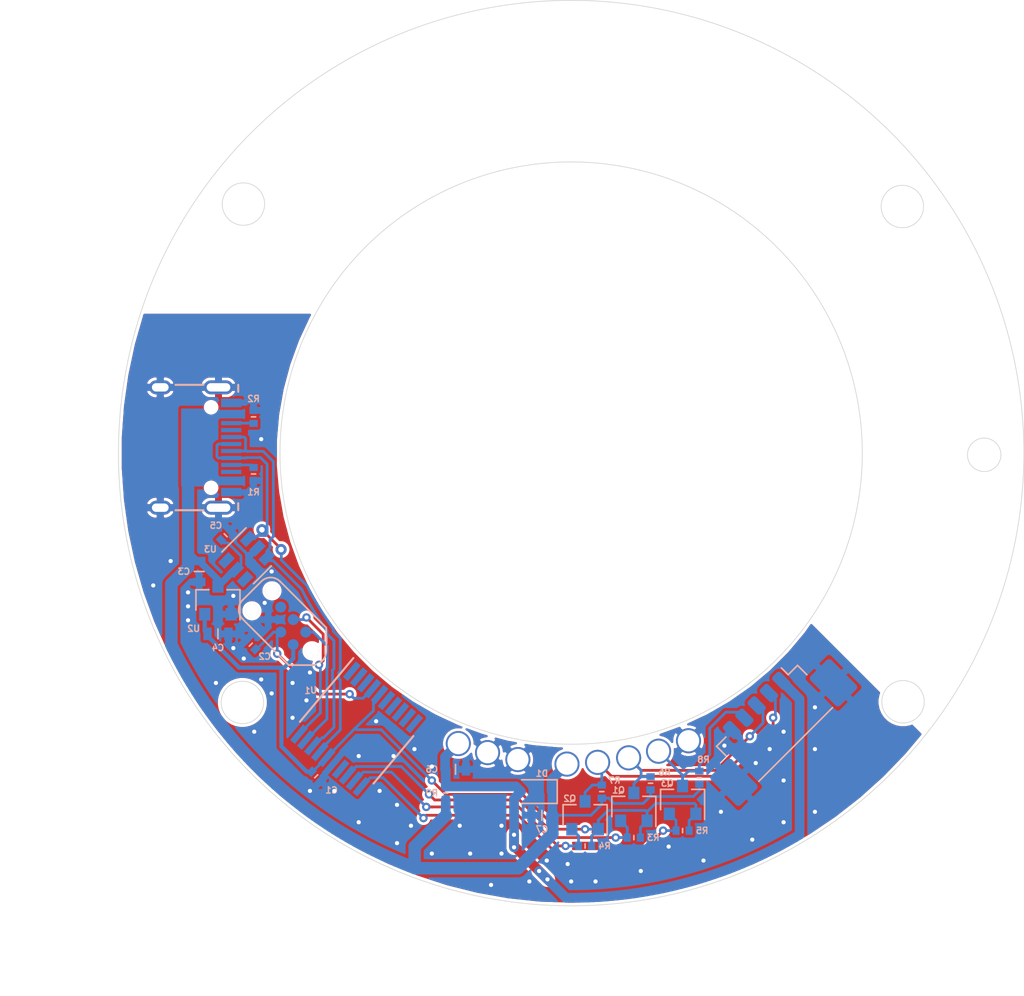
<source format=kicad_pcb>
(kicad_pcb (version 20171130) (host pcbnew 5.1.5+dfsg1-2build2)
  (layers (0 F.Cu signal) (31 B.Cu signal) (34 B.Paste user) (35 F.Paste user) (36 B.SilkS user) (37 F.SilkS user) (38 B.Mask user) (39 F.Mask user) (44 Edge.Cuts user))
  (net 0 "")
  (net 1 +BATT)
  (net 2 GND)
  (net 3 "Net-(U1-Pad14)")
  (net 4 "Net-(U1-Pad10)")
  (net 5 "Net-(U1-Pad9)")
  (net 6 "Net-(U1-Pad8)")
  (net 7 "Net-(U1-Pad7)")
  (net 8 "Net-(U1-Pad6)")
  (net 9 "Net-(U1-Pad3)")
  (net 10 "Net-(U1-Pad2)")
  (net 11 "Net-(U1-Pad1)")
  (net 12 "Net-(J9-PadB5)")
  (net 13 "Net-(J9-PadA8)")
  (net 14 "Net-(J9-PadA5)")
  (net 15 "Net-(J9-PadB8)")
  (net 16 +3V3)
  (net 17 NRST)
  (net 18 VBUS)
  (net 19 DOUT_5V)
  (net 20 DIN_5V)
  (net 21 DCLK_5V)
  (net 22 D+)
  (net 23 D-)
  (net 24 "Net-(P1-Pad6)")
  (net 25 SWCLK)
  (net 26 SWDIO)
  (net 27 DIN_3V3)
  (net 28 DOUT_3V3)
  (net 29 DCLK_3V3)
  (net 30 "Net-(U3-Pad6)")
  (net 31 "Net-(U3-Pad4)")
  (module Package_TO_SOT_SMD:SOT-23-6 (layer B.Cu) (at 76.7 107.6 225)
    (fp_text reference U3 (at 1.343503 2.333452) (layer B.SilkS) (effects (font (size 0.45 0.45) (thickness 0.1)) (justify mirror)))
    (fp_text value USBLC6-4)
    (pad 5 smd rect (at 1.1 0 225) (size 1.06 0.65) (layers B.Cu B.Paste B.Mask) (net 18 VBUS))
    (pad 6 smd rect (at 1.1 0.95 225) (size 1.06 0.65) (layers B.Cu B.Paste B.Mask) (net 30 "Net-(U3-Pad6)"))
    (pad 4 smd rect (at 1.1 -0.95 225) (size 1.06 0.65) (layers B.Cu B.Paste B.Mask) (net 31 "Net-(U3-Pad4)"))
    (pad 3 smd rect (at -1.1 -0.95 225) (size 1.06 0.65) (layers B.Cu B.Paste B.Mask) (net 22 D+))
    (pad 2 smd rect (at -1.1 0 225) (size 1.06 0.65) (layers B.Cu B.Paste B.Mask) (net 2 GND))
    (pad 1 smd rect (at -1.1 0.95 225) (size 1.06 0.65) (layers B.Cu B.Paste B.Mask) (net 23 D-))
  )
  (module Package_TO_SOT_SMD:SOT-23 (layer B.Cu) (at 74.646447 110.570711 90)
    (fp_text reference U2 (at -2.029289 -1.746447) (layer B.SilkS) (effects (font (size 0.45 0.45) (thickness 0.1)) (justify mirror)))
    (fp_text value XC6206PxxxMR)
    (pad 3 smd rect (at 1 0 90) (size 0.9 0.8) (layers B.Cu B.Paste B.Mask) (net 18 VBUS))
    (pad 2 smd rect (at -1 -0.95 90) (size 0.9 0.8) (layers B.Cu B.Paste B.Mask) (net 16 +3V3))
    (pad 1 smd rect (at -1 0.95 90) (size 0.9 0.8) (layers B.Cu B.Paste B.Mask) (net 2 GND))
  )
  (module otter:R_0402 (layer B.Cu) (at 91 124.4 270)
    (fp_text reference R9 (at 0 1) (layer B.SilkS) (effects (font (size 0.45 0.45) (thickness 0.1)) (justify mirror)))
    (fp_text value 5k1 hide)
    (pad 2 smd rect (at 0.47 0 270) (size 0.5 0.6) (layers B.Cu B.Paste B.Mask) (net 18 VBUS))
    (pad 1 smd rect (at -0.47 0 270) (size 0.5 0.6) (layers B.Cu B.Paste B.Mask) (net 1 +BATT))
  )
  (module otter:R_0402 (layer B.Cu) (at 109.2 123.3 90)
    (fp_text reference R8 (at 1.3 0.3) (layer B.SilkS) (effects (font (size 0.45 0.45) (thickness 0.1)) (justify mirror)))
    (fp_text value 5k1 hide)
    (pad 2 smd rect (at 0.47 0 90) (size 0.5 0.6) (layers B.Cu B.Paste B.Mask) (net 21 DCLK_5V))
    (pad 1 smd rect (at -0.47 0 90) (size 0.5 0.6) (layers B.Cu B.Paste B.Mask) (net 18 VBUS))
  )
  (module otter:R_0402 (layer B.Cu) (at 102.2 124.3 90)
    (fp_text reference R7 (at 0.8 0.9) (layer B.SilkS) (effects (font (size 0.45 0.45) (thickness 0.1)) (justify mirror)))
    (fp_text value 5k1 hide)
    (pad 2 smd rect (at 0.47 0 90) (size 0.5 0.6) (layers B.Cu B.Paste B.Mask) (net 19 DOUT_5V))
    (pad 1 smd rect (at -0.47 0 90) (size 0.5 0.6) (layers B.Cu B.Paste B.Mask) (net 18 VBUS))
  )
  (module otter:R_0402 (layer B.Cu) (at 105.7 123.7 90)
    (fp_text reference R6 (at 0.8 1) (layer B.SilkS) (effects (font (size 0.45 0.45) (thickness 0.1)) (justify mirror)))
    (fp_text value 5k1 hide)
    (pad 2 smd rect (at 0.47 0 90) (size 0.5 0.6) (layers B.Cu B.Paste B.Mask) (net 20 DIN_5V))
    (pad 1 smd rect (at -0.47 0 90) (size 0.5 0.6) (layers B.Cu B.Paste B.Mask) (net 18 VBUS))
  )
  (module otter:R_0402 (layer B.Cu) (at 108 127.1 180)
    (fp_text reference R5 (at -1.4 0) (layer B.SilkS) (effects (font (size 0.45 0.45) (thickness 0.1)) (justify mirror)))
    (fp_text value 5k1 hide)
    (pad 2 smd rect (at 0.47 0 180) (size 0.5 0.6) (layers B.Cu B.Paste B.Mask) (net 29 DCLK_3V3))
    (pad 1 smd rect (at -0.47 0 180) (size 0.5 0.6) (layers B.Cu B.Paste B.Mask) (net 16 +3V3))
  )
  (module otter:R_0402 (layer B.Cu) (at 101 128.2 180)
    (fp_text reference R4 (at -1.4 0) (layer B.SilkS) (effects (font (size 0.45 0.45) (thickness 0.1)) (justify mirror)))
    (fp_text value 5k1 hide)
    (pad 2 smd rect (at 0.47 0 180) (size 0.5 0.6) (layers B.Cu B.Paste B.Mask) (net 28 DOUT_3V3))
    (pad 1 smd rect (at -0.47 0 180) (size 0.5 0.6) (layers B.Cu B.Paste B.Mask) (net 16 +3V3))
  )
  (module otter:R_0402 (layer B.Cu) (at 104.5 127.6 180)
    (fp_text reference R3 (at -1.4 0) (layer B.SilkS) (effects (font (size 0.45 0.45) (thickness 0.1)) (justify mirror)))
    (fp_text value 5k1 hide)
    (pad 2 smd rect (at 0.47 0 180) (size 0.5 0.6) (layers B.Cu B.Paste B.Mask) (net 27 DIN_3V3))
    (pad 1 smd rect (at -0.47 0 180) (size 0.5 0.6) (layers B.Cu B.Paste B.Mask) (net 16 +3V3))
  )
  (module otter:R_0402 (layer B.Cu) (at 77.2 97.4 270)
    (fp_text reference R2 (at -1.3 0) (layer B.SilkS) (effects (font (size 0.45 0.45) (thickness 0.1)) (justify mirror)))
    (fp_text value 5k1 hide)
    (pad 2 smd rect (at 0.47 0 270) (size 0.5 0.6) (layers B.Cu B.Paste B.Mask) (net 12 "Net-(J9-PadB5)"))
    (pad 1 smd rect (at -0.47 0 270) (size 0.5 0.6) (layers B.Cu B.Paste B.Mask) (net 2 GND))
  )
  (module otter:R_0402 (layer B.Cu) (at 77.2 101.5 90)
    (fp_text reference R1 (at -1.3 0) (layer B.SilkS) (effects (font (size 0.45 0.45) (thickness 0.1)) (justify mirror)))
    (fp_text value 5k1 hide)
    (pad 2 smd rect (at 0.47 0 90) (size 0.5 0.6) (layers B.Cu B.Paste B.Mask) (net 14 "Net-(J9-PadA5)"))
    (pad 1 smd rect (at -0.47 0 90) (size 0.5 0.6) (layers B.Cu B.Paste B.Mask) (net 2 GND))
  )
  (module Package_TO_SOT_SMD:SOT-23 (layer B.Cu) (at 108 124.9 90)
    (fp_text reference Q3 (at 1.2 -1.1) (layer B.SilkS) (effects (font (size 0.45 0.45) (thickness 0.1)) (justify mirror)))
    (fp_text value 2N7002)
    (pad 3 smd rect (at 1 0 90) (size 0.9 0.8) (layers B.Cu B.Paste B.Mask) (net 21 DCLK_5V))
    (pad 2 smd rect (at -1 -0.95 90) (size 0.9 0.8) (layers B.Cu B.Paste B.Mask) (net 29 DCLK_3V3))
    (pad 1 smd rect (at -1 0.95 90) (size 0.9 0.8) (layers B.Cu B.Paste B.Mask) (net 16 +3V3))
  )
  (module Package_TO_SOT_SMD:SOT-23 (layer B.Cu) (at 101 126 90)
    (fp_text reference Q2 (at 1.2 -1.1) (layer B.SilkS) (effects (font (size 0.45 0.45) (thickness 0.1)) (justify mirror)))
    (fp_text value 2N7002)
    (pad 3 smd rect (at 1 0 90) (size 0.9 0.8) (layers B.Cu B.Paste B.Mask) (net 19 DOUT_5V))
    (pad 2 smd rect (at -1 -0.95 90) (size 0.9 0.8) (layers B.Cu B.Paste B.Mask) (net 28 DOUT_3V3))
    (pad 1 smd rect (at -1 0.95 90) (size 0.9 0.8) (layers B.Cu B.Paste B.Mask) (net 16 +3V3))
  )
  (module Package_TO_SOT_SMD:SOT-23 (layer B.Cu) (at 104.5 125.4 90)
    (fp_text reference Q1 (at 1.2 -1.1) (layer B.SilkS) (effects (font (size 0.45 0.45) (thickness 0.1)) (justify mirror)))
    (fp_text value 2N7002)
    (pad 3 smd rect (at 1 0 90) (size 0.9 0.8) (layers B.Cu B.Paste B.Mask) (net 20 DIN_5V))
    (pad 2 smd rect (at -1 -0.95 90) (size 0.9 0.8) (layers B.Cu B.Paste B.Mask) (net 27 DIN_3V3))
    (pad 1 smd rect (at -1 0.95 90) (size 0.9 0.8) (layers B.Cu B.Paste B.Mask) (net 16 +3V3))
  )
  (module otter:TC2030 (layer B.Cu) (at 79.6 112.4 135)
    (fp_text reference P1 hide)
    (fp_text value TC2030-CTX-Tag-Connect hide)
    (pad "" np_thru_hole circle (at 2.54 -1.016 135) (size 0.98552 0.98552) (drill 0.98552) (layers *.Cu *.Mask B.SilkS))
    (pad "" np_thru_hole circle (at 2.54 1.016 135) (size 0.98552 0.98552) (drill 0.98552) (layers *.Cu *.Mask B.SilkS))
    (pad "" np_thru_hole circle (at -2.54 0 135) (size 0.98806 0.98806) (drill 0.98806) (layers *.Cu *.Mask B.SilkS))
    (pad 6 connect circle (at 1.27 0.635 135) (size 0.78486 0.78486) (layers B.Cu B.Mask) (net 24 "Net-(P1-Pad6)"))
    (pad 5 connect circle (at 1.27 -0.635 135) (size 0.78486 0.78486) (layers B.Cu B.Mask) (net 2 GND))
    (pad 4 connect circle (at 0 0.635 135) (size 0.78486 0.78486) (layers B.Cu B.Mask) (net 25 SWCLK))
    (pad 3 connect circle (at 0 -0.635 135) (size 0.78486 0.78486) (layers B.Cu B.Mask) (net 17 NRST))
    (pad 2 connect circle (at -1.27 0.635 135) (size 0.78486 0.78486) (layers B.Cu B.Mask) (net 26 SWDIO))
    (pad 1 connect circle (at -1.27 -0.635 135) (size 0.78486 0.78486) (layers B.Cu B.Mask) (net 16 +3V3))
  )
  (module Connector_Molex:Molex_PicoBlade_53398-0571_1x05-1MP_P1.25mm_Vertical (layer B.Cu) (at 114.2 119 225)
    (fp_text reference J10 hide)
    (fp_text value "Picoblade DNP")
    (pad MP smd roundrect (at 5.05 -1.5 225) (size 2.1 3) (layers B.Cu B.Paste B.Mask) (roundrect_rratio 0.119048) (net 2 GND))
    (pad MP smd roundrect (at -5.05 -1.5 225) (size 2.1 3) (layers B.Cu B.Paste B.Mask) (roundrect_rratio 0.119048) (net 2 GND))
    (pad 5 smd roundrect (at 2.5 1.25 225) (size 0.8 1.3) (layers B.Cu B.Paste B.Mask) (net 2 GND))
    (pad 4 smd roundrect (at 1.25 1.25 225) (size 0.8 1.3) (layers B.Cu B.Paste B.Mask) (net 21 DCLK_5V))
    (pad 3 smd roundrect (at 0 1.25 225) (size 0.8 1.3) (layers B.Cu B.Paste B.Mask) (net 20 DIN_5V))
    (pad 2 smd roundrect (at -1.25 1.25 225) (size 0.8 1.3) (layers B.Cu B.Paste B.Mask) (net 19 DOUT_5V))
    (pad 1 smd roundrect (at -2.5 1.25 225) (size 0.8 1.3) (layers B.Cu B.Paste B.Mask) (net 1 +BATT))
  )
  (module Diode_SMD:D_SOD-323F (layer B.Cu) (at 97.5 124.3 180)
    (fp_text reference D1 (at -0.4 1.3 180) (layer B.SilkS) (effects (font (size 0.45 0.45) (thickness 0.1)) (justify mirror)))
    (fp_text value DNP)
    (pad 2 smd rect (at 1.1 0 180) (size 0.5 0.5) (layers B.Cu B.Paste B.Mask) (net 1 +BATT))
    (pad 1 smd rect (at -1.1 0 180) (size 0.5 0.5) (layers B.Cu B.Paste B.Mask) (net 18 VBUS))
  )
  (module otter:C_0603 (layer B.Cu) (at 97.9 126 180)
    (fp_text reference C7 (at 0 -1) (layer B.SilkS) (effects (font (size 0.45 0.45) (thickness 0.1)) (justify mirror)))
    (fp_text value 1u hide)
    (pad 2 smd rect (at 0.75 0 180) (size 0.6 0.9) (layers B.Cu B.Paste B.Mask) (net 2 GND))
    (pad 1 smd rect (at -0.75 0 180) (size 0.6 0.9) (layers B.Cu B.Paste B.Mask) (net 18 VBUS))
  )
  (module otter:C_0603 (layer B.Cu) (at 91.7 122.7)
    (fp_text reference C6 (at -1.7 0) (layer B.SilkS) (effects (font (size 0.45 0.45) (thickness 0.1)) (justify mirror)))
    (fp_text value 1u hide)
    (pad 2 smd rect (at 0.75 0) (size 0.6 0.9) (layers B.Cu B.Paste B.Mask) (net 2 GND))
    (pad 1 smd rect (at -0.75 0) (size 0.6 0.9) (layers B.Cu B.Paste B.Mask) (net 1 +BATT))
  )
  (module otter:C_0402 (layer B.Cu) (at 75.2 105.9 45)
    (fp_text reference C5 (at 0 -0.989949) (layer B.SilkS) (effects (font (size 0.45 0.45) (thickness 0.1)) (justify mirror)))
    (fp_text value 100n hide)
    (pad 2 smd rect (at 0.47 0 45) (size 0.5 0.6) (layers B.Cu B.Paste B.Mask) (net 2 GND))
    (pad 1 smd rect (at -0.47 0 45) (size 0.5 0.6) (layers B.Cu B.Paste B.Mask) (net 18 VBUS))
  )
  (module otter:C_0603 (layer B.Cu) (at 74.646447 112.974874)
    (fp_text reference C4 (at 0 1 180) (layer B.SilkS) (effects (font (size 0.45 0.45) (thickness 0.1)) (justify mirror)))
    (fp_text value 1u hide)
    (pad 2 smd rect (at 0.75 0) (size 0.6 0.9) (layers B.Cu B.Paste B.Mask) (net 2 GND))
    (pad 1 smd rect (at -0.75 0) (size 0.6 0.9) (layers B.Cu B.Paste B.Mask) (net 16 +3V3))
  )
  (module otter:C_0603 (layer B.Cu) (at 73.3 108.5 270)
    (fp_text reference C3 (at 0 1.1) (layer B.SilkS) (effects (font (size 0.45 0.45) (thickness 0.1)) (justify mirror)))
    (fp_text value 1u hide)
    (pad 2 smd rect (at 0.75 0 270) (size 0.6 0.9) (layers B.Cu B.Paste B.Mask) (net 2 GND))
    (pad 1 smd rect (at -0.75 0 270) (size 0.6 0.9) (layers B.Cu B.Paste B.Mask) (net 18 VBUS))
  )
  (module otter:C_0402 (layer B.Cu) (at 77 113.75 135)
    (fp_text reference C2 (at -1.308148 0.106066) (layer B.SilkS) (effects (font (size 0.45 0.45) (thickness 0.1)) (justify mirror)))
    (fp_text value 100n hide)
    (pad 2 smd rect (at 0.47 0 135) (size 0.5 0.6) (layers B.Cu B.Paste B.Mask) (net 2 GND))
    (pad 1 smd rect (at -0.47 0 135) (size 0.5 0.6) (layers B.Cu B.Paste B.Mask) (net 17 NRST))
  )
  (module otter:C_0402 (layer B.Cu) (at 81.7 123.2 315)
    (fp_text reference C1 (at 1.484924 -0.070711) (layer B.SilkS) (effects (font (size 0.45 0.45) (thickness 0.1)) (justify mirror)))
    (fp_text value 100n hide)
    (pad 2 smd rect (at 0.47 0 315) (size 0.5 0.6) (layers B.Cu B.Paste B.Mask) (net 2 GND))
    (pad 1 smd rect (at -0.47 0 315) (size 0.5 0.6) (layers B.Cu B.Paste B.Mask) (net 16 +3V3))
  )
  (module "otter:USB-C 16Pin" (layer B.Cu) (at 75.6 99.6 90)
    (fp_text reference J9 hide)
    (fp_text value USB)
    (pad A9 smd rect (at -2.4 0 90) (size 0.6 1.45) (layers B.Cu B.Paste B.Mask) (net 18 VBUS))
    (pad B9 smd rect (at 2.4 0 90) (size 0.6 1.45) (layers B.Cu B.Paste B.Mask) (net 18 VBUS))
    (pad B12 smd rect (at 3.2 0 90) (size 0.6 1.45) (layers B.Cu B.Paste B.Mask) (net 2 GND))
    (pad A12 smd rect (at -3.2 0 90) (size 0.6 1.45) (layers B.Cu B.Paste B.Mask) (net 2 GND))
    (pad S1 thru_hole oval (at -4.32 -0.915 90) (size 1 2.1) (drill oval 0.6 1.7) (layers *.Cu *.Mask) (net 2 GND))
    (pad S1 thru_hole oval (at 4.32 -0.915 90) (size 1 2.1) (drill oval 0.6 1.7) (layers *.Cu *.Mask) (net 2 GND))
    (pad S1 thru_hole oval (at -4.32 -5.095 90) (size 1 1.6) (drill oval 0.6 1.2) (layers *.Cu *.Mask) (net 2 GND))
    (pad S1 thru_hole oval (at 4.32 -5.095 90) (size 1 1.6) (drill oval 0.6 1.2) (layers *.Cu *.Mask) (net 2 GND))
    (pad "" np_thru_hole circle (at 2.89 -1.445 90) (size 0.65 0.65) (drill 0.65) (layers *.Cu *.Mask))
    (pad "" np_thru_hole circle (at -2.89 -1.445 90) (size 0.65 0.65) (drill 0.65) (layers *.Cu *.Mask))
    (pad B1 smd rect (at 3.2 0 90) (size 0.6 1.45) (layers B.Cu B.Paste B.Mask) (net 2 GND))
    (pad B4 smd rect (at 2.4 0 90) (size 0.6 1.45) (layers B.Cu B.Paste B.Mask) (net 18 VBUS))
    (pad B5 smd rect (at 1.75 0 90) (size 0.3 1.45) (layers B.Cu B.Paste B.Mask) (net 12 "Net-(J9-PadB5)"))
    (pad A8 smd rect (at 1.25 0 90) (size 0.3 1.45) (layers B.Cu B.Paste B.Mask) (net 13 "Net-(J9-PadA8)"))
    (pad B6 smd rect (at 0.75 0 90) (size 0.3 1.45) (layers B.Cu B.Paste B.Mask) (net 22 D+))
    (pad A7 smd rect (at 0.25 0 90) (size 0.3 1.45) (layers B.Cu B.Paste B.Mask) (net 23 D-))
    (pad A6 smd rect (at -0.25 0 90) (size 0.3 1.45) (layers B.Cu B.Paste B.Mask) (net 22 D+))
    (pad B7 smd rect (at -0.75 0 90) (size 0.3 1.45) (layers B.Cu B.Paste B.Mask) (net 23 D-))
    (pad A5 smd rect (at -1.25 0 90) (size 0.3 1.45) (layers B.Cu B.Paste B.Mask) (net 14 "Net-(J9-PadA5)"))
    (pad B8 smd rect (at -1.75 0 90) (size 0.3 1.45) (layers B.Cu B.Paste B.Mask) (net 15 "Net-(J9-PadB8)"))
    (pad A4 smd rect (at -2.4 0 90) (size 0.6 1.45) (layers B.Cu B.Paste B.Mask) (net 18 VBUS))
    (pad A1 smd rect (at -3.2 0 90) (size 0.6 1.45) (layers B.Cu B.Paste B.Mask) (net 2 GND))
  )
  (module Package_SO:TSSOP-20_4.4x6.5mm_P0.65mm (layer B.Cu) (at 84.6 119.8 230)
    (fp_text reference U1 (at 0.003862 4.304603 5) (layer B.SilkS) (effects (font (size 0.45 0.45) (thickness 0.1)) (justify mirror)))
    (fp_text value STM32F042F6Px)
    (pad 20 smd rect (at 2.95 2.925 230) (size 1.45 0.45) (layers B.Cu B.Paste B.Mask) (net 25 SWCLK))
    (pad 19 smd rect (at 2.95 2.275 230) (size 1.45 0.45) (layers B.Cu B.Paste B.Mask) (net 26 SWDIO))
    (pad 18 smd rect (at 2.95 1.625 230) (size 1.45 0.45) (layers B.Cu B.Paste B.Mask) (net 22 D+))
    (pad 17 smd rect (at 2.95 0.975 230) (size 1.45 0.45) (layers B.Cu B.Paste B.Mask) (net 23 D-))
    (pad 16 smd rect (at 2.95 0.325 230) (size 1.45 0.45) (layers B.Cu B.Paste B.Mask) (net 16 +3V3))
    (pad 15 smd rect (at 2.95 -0.325 230) (size 1.45 0.45) (layers B.Cu B.Paste B.Mask) (net 2 GND))
    (pad 14 smd rect (at 2.95 -0.975 230) (size 1.45 0.45) (layers B.Cu B.Paste B.Mask) (net 3 "Net-(U1-Pad14)"))
    (pad 13 smd rect (at 2.95 -1.625 230) (size 1.45 0.45) (layers B.Cu B.Paste B.Mask) (net 27 DIN_3V3))
    (pad 12 smd rect (at 2.95 -2.275 230) (size 1.45 0.45) (layers B.Cu B.Paste B.Mask) (net 28 DOUT_3V3))
    (pad 11 smd rect (at 2.95 -2.925 230) (size 1.45 0.45) (layers B.Cu B.Paste B.Mask) (net 29 DCLK_3V3))
    (pad 10 smd rect (at -2.95 -2.925 230) (size 1.45 0.45) (layers B.Cu B.Paste B.Mask) (net 4 "Net-(U1-Pad10)"))
    (pad 9 smd rect (at -2.95 -2.275 230) (size 1.45 0.45) (layers B.Cu B.Paste B.Mask) (net 5 "Net-(U1-Pad9)"))
    (pad 8 smd rect (at -2.95 -1.625 230) (size 1.45 0.45) (layers B.Cu B.Paste B.Mask) (net 6 "Net-(U1-Pad8)"))
    (pad 7 smd rect (at -2.95 -0.975 230) (size 1.45 0.45) (layers B.Cu B.Paste B.Mask) (net 7 "Net-(U1-Pad7)"))
    (pad 6 smd rect (at -2.95 -0.325 230) (size 1.45 0.45) (layers B.Cu B.Paste B.Mask) (net 8 "Net-(U1-Pad6)"))
    (pad 5 smd rect (at -2.95 0.325 230) (size 1.45 0.45) (layers B.Cu B.Paste B.Mask) (net 16 +3V3))
    (pad 4 smd rect (at -2.95 0.975 230) (size 1.45 0.45) (layers B.Cu B.Paste B.Mask) (net 17 NRST))
    (pad 3 smd rect (at -2.95 1.625 230) (size 1.45 0.45) (layers B.Cu B.Paste B.Mask) (net 9 "Net-(U1-Pad3)"))
    (pad 2 smd rect (at -2.95 2.275 230) (size 1.45 0.45) (layers B.Cu B.Paste B.Mask) (net 10 "Net-(U1-Pad2)"))
    (pad 1 smd rect (at -2.95 2.925 230) (size 1.45 0.45) (layers B.Cu B.Paste B.Mask) (net 11 "Net-(U1-Pad1)"))
  )
  (module otter:PH-MVF-5365 (layer F.Cu) (at 101.9 122.2)
    (fp_text reference J5 hide)
    (fp_text value DOUT hide)
    (pad 1 thru_hole circle (at 0 0) (size 1.8 1.8) (drill 1.53) (layers *.Cu *.Mask) (net 19 DOUT_5V))
  )
  (module otter:PH-MVF-5365 (layer F.Cu) (at 104.125 121.875)
    (fp_text reference J6 hide)
    (fp_text value DIN hide)
    (pad 1 thru_hole circle (at 0 0) (size 1.8 1.8) (drill 1.53) (layers *.Cu *.Mask) (net 20 DIN_5V))
  )
  (module otter:PH-MVF-5365 (layer F.Cu) (at 99.7 122.325)
    (fp_text reference J4 hide)
    (fp_text value VDD hide)
    (pad 1 thru_hole circle (at 0 0) (size 1.8 1.8) (drill 1.53) (layers *.Cu *.Mask) (net 18 VBUS))
  )
  (module otter:PH-MVF-5365 (layer F.Cu) (at 106.275 121.4)
    (fp_text reference J7 hide)
    (fp_text value DCLK hide)
    (pad 1 thru_hole circle (at 0 0) (size 1.8 1.8) (drill 1.53) (layers *.Cu *.Mask) (net 21 DCLK_5V))
  )
  (module otter:PH-MVF-5365 (layer F.Cu) (at 96.175 122)
    (fp_text reference J3 hide)
    (fp_text value AGND hide)
    (pad 1 thru_hole circle (at 0 0) (size 1.8 1.8) (drill 1.53) (layers *.Cu *.Mask) (net 2 GND))
  )
  (module otter:PH-MVF-5365 (layer F.Cu) (at 108.425 120.65)
    (fp_text reference J8 hide)
    (fp_text value DGND hide)
    (pad 1 thru_hole circle (at 0 0) (size 1.8 1.8) (drill 1.53) (layers *.Cu *.Mask) (net 2 GND))
  )
  (module otter:PH-MVF-5365 (layer F.Cu) (at 94 121.5)
    (fp_text reference J2 hide)
    (fp_text value AGND hide)
    (pad 1 thru_hole circle (at 0 0) (size 1.8 1.8) (drill 1.53) (layers *.Cu *.Mask) (net 2 GND))
  )
  (module otter:PH-MVF-5365 (layer F.Cu) (at 91.9 120.85)
    (fp_text reference J1 hide)
    (fp_text value VBAT hide)
    (pad 1 thru_hole circle (at 0 0) (size 1.8 1.8) (drill 1.53) (layers *.Cu *.Mask) (net 1 +BATT))
  )
  (module otter:canon_lens (layer F.Cu) (at 100 100)
    (fp_text reference G*** hide)
    (fp_text value LOGO hide)
  )
  (gr_circle (center 129.65 100.125) (end 130.85 100.075) (layer Edge.Cuts) (width 0.05))
  (gr_circle (center 123.825 117.85) (end 125.348155 117.85) (layer Edge.Cuts) (width 0.05))
  (gr_circle (center 123.775 82.3) (end 125.298155 82.3) (layer Edge.Cuts) (width 0.05))
  (gr_circle (center 76.475 82.125) (end 77.998155 82.125) (layer Edge.Cuts) (width 0.05))
  (gr_circle (center 76.4 117.9) (end 77.923155 117.9) (layer Edge.Cuts) (width 0.05))
  (gr_circle (center 100 100) (end 120.9 100) (layer Edge.Cuts) (width 0.05))
  (gr_circle (center 100 100) (end 132.5 100) (layer Edge.Cuts) (width 0.05))
  (segment (start 91 122.75) (end 90.95 122.7) (width 0.7) (layer B.Cu) (net 1))
  (segment (start 91 123.93) (end 91 122.75) (width 0.7) (layer B.Cu) (net 1))
  (segment (start 90.95 121.8) (end 91.9 120.85) (width 0.7) (layer B.Cu) (net 1))
  (segment (start 90.95 122.7) (end 90.95 121.8) (width 0.7) (layer B.Cu) (net 1))
  (via (at 95.9 127.4) (size 0.6) (drill 0.3) (layers F.Cu B.Cu) (net 1))
  (segment (start 95.9 124.8) (end 95.9 127.4) (width 0.7) (layer B.Cu) (net 1))
  (segment (start 96.4 124.3) (end 95.9 124.8) (width 0.7) (layer B.Cu) (net 1))
  (via (at 95.9 128.3) (size 0.6) (drill 0.3) (layers F.Cu B.Cu) (net 1))
  (segment (start 96 128.3) (end 97.7 130) (width 0.7) (layer F.Cu) (net 1))
  (via (at 97.7 130) (size 0.6) (drill 0.3) (layers F.Cu B.Cu) (net 1))
  (segment (start 95.9 128.3) (end 96 128.3) (width 0.7) (layer F.Cu) (net 1))
  (via (at 98.3 130.6) (size 0.6) (drill 0.3) (layers F.Cu B.Cu) (net 1))
  (segment (start 98.3 130.6) (end 97.7 130) (width 0.7) (layer F.Cu) (net 1))
  (segment (start 95.9 128.3) (end 95.9 127.4) (width 0.7) (layer B.Cu) (net 1))
  (segment (start 95.9 128.2) (end 98.3 130.6) (width 0.7) (layer F.Cu) (net 1))
  (segment (start 95.9 127.4) (end 95.9 128.2) (width 0.7) (layer F.Cu) (net 1))
  (segment (start 116.064731 127.588564) (end 116.369865 127.40861) (width 0.7) (layer B.Cu) (net 1))
  (segment (start 115.757456 127.765212) (end 116.064731 127.588564) (width 0.7) (layer B.Cu) (net 1))
  (segment (start 115.137126 128.108217) (end 115.448234 127.938442) (width 0.7) (layer B.Cu) (net 1))
  (segment (start 113.874555 128.752411) (end 114.192732 128.596692) (width 0.7) (layer B.Cu) (net 1))
  (segment (start 112.909376 129.1985) (end 113.232819 129.053346) (width 0.7) (layer B.Cu) (net 1))
  (segment (start 112.584545 129.339968) (end 112.909376 129.1985) (width 0.7) (layer B.Cu) (net 1))
  (segment (start 113.554472 128.904683) (end 113.874555 128.752411) (width 0.7) (layer B.Cu) (net 1))
  (segment (start 112.258137 129.47783) (end 112.584545 129.339968) (width 0.7) (layer B.Cu) (net 1))
  (segment (start 116.4 127.390385) (end 116.4 117.664467) (width 0.7) (layer B.Cu) (net 1))
  (segment (start 111.929985 129.612158) (end 112.258137 129.47783) (width 0.7) (layer B.Cu) (net 1))
  (segment (start 116.369865 127.40861) (end 116.4 127.390385) (width 0.7) (layer B.Cu) (net 1))
  (segment (start 111.600652 129.742719) (end 111.929985 129.612158) (width 0.7) (layer B.Cu) (net 1))
  (segment (start 110.93743 129.992951) (end 111.269706 129.869686) (width 0.7) (layer B.Cu) (net 1))
  (segment (start 110.603865 130.112497) (end 110.93743 129.992951) (width 0.7) (layer B.Cu) (net 1))
  (segment (start 115.448234 127.938442) (end 115.757456 127.765212) (width 0.7) (layer B.Cu) (net 1))
  (segment (start 110.268929 130.228356) (end 110.603865 130.112497) (width 0.7) (layer B.Cu) (net 1))
  (segment (start 111.269706 129.869686) (end 111.600652 129.742719) (width 0.7) (layer B.Cu) (net 1))
  (segment (start 109.932703 130.340498) (end 110.268929 130.228356) (width 0.7) (layer B.Cu) (net 1))
  (segment (start 109.59531 130.448883) (end 109.932703 130.340498) (width 0.7) (layer B.Cu) (net 1))
  (segment (start 114.509435 128.437311) (end 114.824242 128.274481) (width 0.7) (layer B.Cu) (net 1))
  (segment (start 109.256672 130.553534) (end 109.59531 130.448883) (width 0.7) (layer B.Cu) (net 1))
  (segment (start 103.007839 131.782973) (end 103.360536 131.747618) (width 0.7) (layer B.Cu) (net 1))
  (segment (start 103.360536 131.747618) (end 103.712696 131.708364) (width 0.7) (layer B.Cu) (net 1))
  (segment (start 102.301554 131.841911) (end 102.654938 131.814396) (width 0.7) (layer B.Cu) (net 1))
  (segment (start 101.947998 131.865495) (end 102.301554 131.841911) (width 0.7) (layer B.Cu) (net 1))
  (segment (start 116.4 117.664467) (end 115.083883 116.34835) (width 0.7) (layer B.Cu) (net 1))
  (segment (start 105.116547 131.512306) (end 105.46614 131.453549) (width 0.7) (layer B.Cu) (net 1))
  (segment (start 100.885811 131.912689) (end 101.240032 131.90089) (width 0.7) (layer B.Cu) (net 1))
  (segment (start 113.232819 129.053346) (end 113.554472 128.904683) (width 0.7) (layer B.Cu) (net 1))
  (segment (start 99.822802 131.924489) (end 100.177213 131.924489) (width 0.7) (layer B.Cu) (net 1))
  (segment (start 100.531476 131.920557) (end 100.885811 131.912689) (width 0.7) (layer B.Cu) (net 1))
  (segment (start 101.59412 131.885157) (end 101.947998 131.865495) (width 0.7) (layer B.Cu) (net 1))
  (segment (start 104.766365 131.567171) (end 105.116547 131.512306) (width 0.7) (layer B.Cu) (net 1))
  (segment (start 100.177213 131.924489) (end 100.531476 131.920557) (width 0.7) (layer B.Cu) (net 1))
  (segment (start 104.064511 131.665189) (end 104.415778 131.618118) (width 0.7) (layer B.Cu) (net 1))
  (segment (start 108.23428 130.84479) (end 108.576115 130.7515) (width 0.7) (layer B.Cu) (net 1))
  (segment (start 105.81494 131.390938) (end 106.163011 131.324459) (width 0.7) (layer B.Cu) (net 1))
  (segment (start 99.622263 131.922263) (end 99.822802 131.924489) (width 0.7) (layer B.Cu) (net 1))
  (segment (start 103.712696 131.708364) (end 104.064511 131.665189) (width 0.7) (layer B.Cu) (net 1))
  (segment (start 102.654938 131.814396) (end 103.007839 131.782973) (width 0.7) (layer B.Cu) (net 1))
  (segment (start 105.46614 131.453549) (end 105.81494 131.390938) (width 0.7) (layer B.Cu) (net 1))
  (segment (start 104.415778 131.618118) (end 104.766365 131.567171) (width 0.7) (layer B.Cu) (net 1))
  (segment (start 101.240032 131.90089) (end 101.59412 131.885157) (width 0.7) (layer B.Cu) (net 1))
  (segment (start 106.163011 131.324459) (end 106.510317 131.254123) (width 0.7) (layer B.Cu) (net 1))
  (segment (start 106.510317 131.254123) (end 106.856947 131.179909) (width 0.7) (layer B.Cu) (net 1))
  (segment (start 106.856947 131.179909) (end 107.20264 131.101872) (width 0.7) (layer B.Cu) (net 1))
  (segment (start 107.547426 131.020007) (end 107.89127 130.934322) (width 0.7) (layer B.Cu) (net 1))
  (segment (start 114.824242 128.274481) (end 115.137126 128.108217) (width 0.7) (layer B.Cu) (net 1))
  (segment (start 107.20264 131.101872) (end 107.547426 131.020007) (width 0.7) (layer B.Cu) (net 1))
  (segment (start 97.7 130) (end 99.622263 131.922263) (width 0.7) (layer B.Cu) (net 1))
  (segment (start 107.89127 130.934322) (end 108.23428 130.84479) (width 0.7) (layer B.Cu) (net 1))
  (segment (start 108.576115 130.7515) (end 108.916919 130.654413) (width 0.7) (layer B.Cu) (net 1))
  (segment (start 114.192732 128.596692) (end 114.509435 128.437311) (width 0.7) (layer B.Cu) (net 1))
  (segment (start 108.916919 130.654413) (end 109.256672 130.553534) (width 0.7) (layer B.Cu) (net 1))
  (segment (start 91 123.93) (end 96.03 123.93) (width 0.7) (layer B.Cu) (net 1))
  (segment (start 96.03 123.93) (end 96.4 124.3) (width 0.7) (layer B.Cu) (net 1))
  (segment (start 82.03234 123.189138) (end 82.952741 122.268737) (width 0.2) (layer B.Cu) (net 2))
  (segment (start 82.03234 123.53234) (end 82.03234 123.189138) (width 0.2) (layer B.Cu) (net 2))
  (segment (start 75.53234 105.921214) (end 75.53234 105.56766) (width 0.2) (layer B.Cu) (net 2))
  (segment (start 77.103051 107.196949) (end 76.67877 107.196949) (width 0.2) (layer B.Cu) (net 2))
  (segment (start 77.477817 106.822183) (end 77.103051 107.196949) (width 0.2) (layer B.Cu) (net 2))
  (segment (start 76.67877 107.196949) (end 75.53234 106.050519) (width 0.2) (layer B.Cu) (net 2))
  (segment (start 75.53234 106.050519) (end 75.53234 105.921214) (width 0.2) (layer B.Cu) (net 2))
  (via (at 72.5 110) (size 0.6) (drill 0.3) (layers F.Cu B.Cu) (net 2))
  (via (at 72.5 111) (size 0.6) (drill 0.3) (layers F.Cu B.Cu) (net 2))
  (via (at 72.5 112) (size 0.6) (drill 0.3) (layers F.Cu B.Cu) (net 2))
  (via (at 75.75 110.25) (size 0.6) (drill 0.3) (layers F.Cu B.Cu) (net 2))
  (via (at 75.75 114) (size 0.6) (drill 0.3) (layers F.Cu B.Cu) (net 2))
  (via (at 76.5 114.75) (size 0.6) (drill 0.3) (layers F.Cu B.Cu) (net 2))
  (via (at 78 110.75) (size 0.6) (drill 0.3) (layers F.Cu B.Cu) (net 2))
  (via (at 78.5 108.5) (size 0.6) (drill 0.3) (layers F.Cu B.Cu) (net 2))
  (via (at 77.75 99) (size 0.6) (drill 0.3) (layers F.Cu B.Cu) (net 2))
  (via (at 71.25 107.75) (size 0.6) (drill 0.3) (layers F.Cu B.Cu) (net 2))
  (via (at 70 109.5) (size 0.6) (drill 0.3) (layers F.Cu B.Cu) (net 2))
  (via (at 77.75 116.25) (size 0.6) (drill 0.3) (layers F.Cu B.Cu) (net 2))
  (via (at 78.5 117.25) (size 0.6) (drill 0.3) (layers F.Cu B.Cu) (net 2))
  (via (at 80 116.5) (size 0.6) (drill 0.3) (layers F.Cu B.Cu) (net 2))
  (via (at 81.25 115.75) (size 0.6) (drill 0.3) (layers F.Cu B.Cu) (net 2))
  (via (at 81 117.75) (size 0.6) (drill 0.3) (layers F.Cu B.Cu) (net 2))
  (via (at 80 119) (size 0.6) (drill 0.3) (layers F.Cu B.Cu) (net 2))
  (via (at 77.25 120) (size 0.6) (drill 0.3) (layers F.Cu B.Cu) (net 2))
  (via (at 74.5 116.5) (size 0.6) (drill 0.3) (layers F.Cu B.Cu) (net 2))
  (via (at 83 124.25) (size 0.6) (drill 0.3) (layers F.Cu B.Cu) (net 2))
  (via (at 81.25 124.25) (size 0.6) (drill 0.3) (layers F.Cu B.Cu) (net 2))
  (via (at 84.75 121.75) (size 0.6) (drill 0.3) (layers F.Cu B.Cu) (net 2))
  (via (at 86 119.25) (size 0.6) (drill 0.3) (layers F.Cu B.Cu) (net 2))
  (via (at 87.25 121.75) (size 0.6) (drill 0.3) (layers F.Cu B.Cu) (net 2))
  (via (at 88.75 121.25) (size 0.6) (drill 0.3) (layers F.Cu B.Cu) (net 2))
  (via (at 90 122.5) (size 0.6) (drill 0.3) (layers F.Cu B.Cu) (net 2))
  (via (at 86.25 124.25) (size 0.6) (drill 0.3) (layers F.Cu B.Cu) (net 2))
  (via (at 87.5 125.25) (size 0.6) (drill 0.3) (layers F.Cu B.Cu) (net 2))
  (via (at 88.5 126.75) (size 0.6) (drill 0.3) (layers F.Cu B.Cu) (net 2))
  (via (at 87.5 128) (size 0.6) (drill 0.3) (layers F.Cu B.Cu) (net 2))
  (via (at 84.75 126.5) (size 0.6) (drill 0.3) (layers F.Cu B.Cu) (net 2))
  (via (at 90 128.75) (size 0.6) (drill 0.3) (layers F.Cu B.Cu) (net 2))
  (via (at 92 126.75) (size 0.6) (drill 0.3) (layers F.Cu B.Cu) (net 2))
  (via (at 95 126.75) (size 0.6) (drill 0.3) (layers F.Cu B.Cu) (net 2))
  (via (at 95 128.75) (size 0.6) (drill 0.3) (layers F.Cu B.Cu) (net 2))
  (via (at 92.75 128.75) (size 0.6) (drill 0.3) (layers F.Cu B.Cu) (net 2))
  (via (at 97 130.75) (size 0.6) (drill 0.3) (layers F.Cu B.Cu) (net 2))
  (via (at 94.25 131) (size 0.6) (drill 0.3) (layers F.Cu B.Cu) (net 2))
  (via (at 98.25 129.25) (size 0.6) (drill 0.3) (layers F.Cu B.Cu) (net 2))
  (via (at 100 130.75) (size 0.6) (drill 0.3) (layers F.Cu B.Cu) (net 2))
  (via (at 99.75 129.5) (size 0.6) (drill 0.3) (layers F.Cu B.Cu) (net 2))
  (via (at 101.75 130.75) (size 0.6) (drill 0.3) (layers F.Cu B.Cu) (net 2))
  (via (at 105 130) (size 0.6) (drill 0.3) (layers F.Cu B.Cu) (net 2))
  (via (at 107 128.25) (size 0.6) (drill 0.3) (layers F.Cu B.Cu) (net 2))
  (via (at 109.5 129.25) (size 0.6) (drill 0.3) (layers F.Cu B.Cu) (net 2))
  (via (at 110.75 125.75) (size 0.6) (drill 0.3) (layers F.Cu B.Cu) (net 2))
  (via (at 113 127.75) (size 0.6) (drill 0.3) (layers F.Cu B.Cu) (net 2))
  (via (at 115.25 126.5) (size 0.6) (drill 0.3) (layers F.Cu B.Cu) (net 2))
  (via (at 115.25 123.5) (size 0.6) (drill 0.3) (layers F.Cu B.Cu) (net 2))
  (via (at 111 121) (size 0.6) (drill 0.3) (layers F.Cu B.Cu) (net 2))
  (via (at 113.25 122.25) (size 0.6) (drill 0.3) (layers F.Cu B.Cu) (net 2))
  (via (at 114.25 121.25) (size 0.6) (drill 0.3) (layers F.Cu B.Cu) (net 2))
  (via (at 115.25 120) (size 0.6) (drill 0.3) (layers F.Cu B.Cu) (net 2))
  (via (at 117.5 125.75) (size 0.6) (drill 0.3) (layers F.Cu B.Cu) (net 2))
  (via (at 117.5 121.25) (size 0.6) (drill 0.3) (layers F.Cu B.Cu) (net 2))
  (via (at 117.5 118.25) (size 0.6) (drill 0.3) (layers F.Cu B.Cu) (net 2))
  (segment (start 77.18 97.85) (end 77.2 97.87) (width 0.2) (layer B.Cu) (net 12))
  (segment (start 75.6 97.85) (end 77.18 97.85) (width 0.2) (layer B.Cu) (net 12))
  (segment (start 77.02 100.85) (end 77.2 101.03) (width 0.2) (layer B.Cu) (net 14))
  (segment (start 75.6 100.85) (end 77.02 100.85) (width 0.2) (layer B.Cu) (net 14))
  (segment (start 85.806797 117.771725) (end 85.806797 118.49894) (width 0.2) (layer B.Cu) (net 16))
  (segment (start 86.247259 117.331263) (end 85.806797 117.771725) (width 0.2) (layer B.Cu) (net 16))
  (segment (start 81.438077 122.86766) (end 82.454812 121.850925) (width 0.2) (layer B.Cu) (net 16))
  (segment (start 81.36766 122.86766) (end 81.438077 122.86766) (width 0.2) (layer B.Cu) (net 16))
  (segment (start 73.696447 112.774874) (end 73.896447 112.974874) (width 0.3) (layer B.Cu) (net 16))
  (segment (start 73.696447 111.570711) (end 73.696447 112.774874) (width 0.3) (layer B.Cu) (net 16))
  (segment (start 80.049013 114.750987) (end 80.049013 113.747038) (width 0.3) (layer B.Cu) (net 16))
  (segment (start 79.4 115.4) (end 80.049013 114.750987) (width 0.3) (layer B.Cu) (net 16))
  (segment (start 73.896447 113.124874) (end 76.171573 115.4) (width 0.3) (layer B.Cu) (net 16))
  (segment (start 73.896447 112.974874) (end 73.896447 113.124874) (width 0.3) (layer B.Cu) (net 16))
  (segment (start 81.014106 122.86766) (end 79.2 121.053554) (width 0.3) (layer B.Cu) (net 16))
  (segment (start 81.36766 122.86766) (end 81.014106 122.86766) (width 0.3) (layer B.Cu) (net 16))
  (segment (start 79.2 115.4) (end 79.4 115.4) (width 0.3) (layer B.Cu) (net 16))
  (segment (start 79.2 121.053554) (end 79.2 115.4) (width 0.3) (layer B.Cu) (net 16))
  (segment (start 76.171573 115.4) (end 79.2 115.4) (width 0.3) (layer B.Cu) (net 16))
  (segment (start 106.050001 125.149999) (end 105.45 125.75) (width 0.2) (layer B.Cu) (net 16))
  (segment (start 108.849999 125.149999) (end 106.050001 125.149999) (width 0.2) (layer B.Cu) (net 16))
  (segment (start 108.95 125.25) (end 108.849999 125.149999) (width 0.2) (layer B.Cu) (net 16))
  (segment (start 108.95 125.9) (end 108.95 125.25) (width 0.2) (layer B.Cu) (net 16))
  (segment (start 101.95 126.35) (end 101.95 127) (width 0.2) (layer B.Cu) (net 16))
  (segment (start 102.650001 125.649999) (end 101.95 126.35) (width 0.2) (layer B.Cu) (net 16))
  (segment (start 105.349999 125.649999) (end 102.650001 125.649999) (width 0.2) (layer B.Cu) (net 16))
  (segment (start 105.45 125.75) (end 105.349999 125.649999) (width 0.2) (layer B.Cu) (net 16))
  (segment (start 105.45 126.4) (end 105.45 125.75) (width 0.2) (layer B.Cu) (net 16))
  (segment (start 101.47 127.48) (end 101.95 127) (width 0.2) (layer B.Cu) (net 16))
  (segment (start 101.47 128.2) (end 101.47 127.48) (width 0.2) (layer B.Cu) (net 16))
  (segment (start 104.97 126.88) (end 105.45 126.4) (width 0.2) (layer B.Cu) (net 16))
  (segment (start 104.97 127.6) (end 104.97 126.88) (width 0.2) (layer B.Cu) (net 16))
  (segment (start 108.47 126.38) (end 108.95 125.9) (width 0.2) (layer B.Cu) (net 16))
  (segment (start 108.47 127.1) (end 108.47 126.38) (width 0.2) (layer B.Cu) (net 16))
  (via (at 101 127) (size 0.6) (drill 0.3) (layers F.Cu B.Cu) (net 16))
  (segment (start 101.95 127) (end 101 127) (width 0.2) (layer B.Cu) (net 16))
  (segment (start 101 127) (end 99 127) (width 0.2) (layer F.Cu) (net 16))
  (segment (start 99 127) (end 96.5 124.5) (width 0.2) (layer F.Cu) (net 16))
  (segment (start 96.5 124.5) (end 91 124.5) (width 0.2) (layer F.Cu) (net 16))
  (via (at 90 123.5) (size 0.6) (drill 0.3) (layers F.Cu B.Cu) (net 16))
  (segment (start 91 124.5) (end 90 123.5) (width 0.2) (layer F.Cu) (net 16))
  (segment (start 84.600001 119.850001) (end 84.5 119.75) (width 0.2) (layer B.Cu) (net 16))
  (segment (start 84.5 119.75) (end 82.454812 121.850925) (width 0.2) (layer B.Cu) (net 16))
  (segment (start 86.350001 119.850001) (end 84.600001 119.850001) (width 0.2) (layer B.Cu) (net 16))
  (segment (start 90 123.5) (end 86.350001 119.850001) (width 0.2) (layer B.Cu) (net 16))
  (segment (start 85.806797 118.49894) (end 84.5 119.75) (width 0.2) (layer B.Cu) (net 16))
  (via (at 84.1 117.3) (size 0.6) (drill 0.3) (layers F.Cu B.Cu) (net 17))
  (segment (start 85.74933 116.913451) (end 85.062782 117.599999) (width 0.2) (layer B.Cu) (net 17))
  (segment (start 85.062782 117.599999) (end 84.399999 117.599999) (width 0.2) (layer B.Cu) (net 17))
  (segment (start 84.399999 117.599999) (end 84.1 117.3) (width 0.2) (layer B.Cu) (net 17))
  (via (at 78.9 114.4) (size 0.6) (drill 0.3) (layers F.Cu B.Cu) (net 17))
  (segment (start 81.8 117.3) (end 78.9 114.4) (width 0.2) (layer F.Cu) (net 17))
  (segment (start 84.1 117.3) (end 81.8 117.3) (width 0.2) (layer F.Cu) (net 17))
  (segment (start 78.9 113.1) (end 79.150987 112.849013) (width 0.2) (layer B.Cu) (net 17))
  (segment (start 78.9 114.4) (end 78.9 113.1) (width 0.2) (layer B.Cu) (net 17))
  (segment (start 78.650987 112.849013) (end 77.5 114) (width 0.2) (layer B.Cu) (net 17))
  (segment (start 79.150987 112.849013) (end 78.650987 112.849013) (width 0.2) (layer B.Cu) (net 17))
  (segment (start 75.839341 108.377817) (end 74.646447 109.570711) (width 0.5) (layer B.Cu) (net 18))
  (segment (start 75.922183 108.377817) (end 75.839341 108.377817) (width 0.5) (layer B.Cu) (net 18))
  (segment (start 74.646447 109.096447) (end 73.3 107.75) (width 0.5) (layer B.Cu) (net 18))
  (segment (start 74.646447 109.570711) (end 74.646447 109.096447) (width 0.5) (layer B.Cu) (net 18))
  (segment (start 73.15 107.75) (end 72.5 107.1) (width 0.5) (layer B.Cu) (net 18))
  (segment (start 73.3 107.75) (end 73.15 107.75) (width 0.5) (layer B.Cu) (net 18))
  (segment (start 75.922183 108.377817) (end 76.296949 108.003051) (width 0.2) (layer B.Cu) (net 18))
  (segment (start 76.296949 108.003051) (end 76.296949 107.380828) (width 0.2) (layer B.Cu) (net 18))
  (segment (start 76.296949 107.380828) (end 75.360593 106.444472) (width 0.2) (layer B.Cu) (net 18))
  (segment (start 75.360593 106.444472) (end 75.079792 106.444472) (width 0.2) (layer B.Cu) (net 18))
  (segment (start 75.079792 106.444472) (end 74.86766 106.23234) (width 0.2) (layer B.Cu) (net 18))
  (segment (start 72.5 107.1) (end 72.5 101.9) (width 0.5) (layer B.Cu) (net 18))
  (segment (start 72.5 101.9) (end 72.5 101.5) (width 0.5) (layer B.Cu) (net 18))
  (segment (start 98.65 127.35) (end 98.65 126) (width 0.9) (layer B.Cu) (net 18))
  (segment (start 88.839689 129.803609) (end 96.196391 129.803609) (width 0.9) (layer B.Cu) (net 18))
  (segment (start 88.435681 129.64955) (end 88.765569 129.776112) (width 0.9) (layer B.Cu) (net 18))
  (segment (start 85.85164 128.507074) (end 86.168908 128.662349) (width 0.9) (layer B.Cu) (net 18))
  (segment (start 84.910174 128.020109) (end 85.222232 128.185934) (width 0.9) (layer B.Cu) (net 18))
  (segment (start 74.760496 119.385478) (end 74.977253 119.664473) (width 0.9) (layer B.Cu) (net 18))
  (segment (start 77.558901 122.566046) (end 77.81075 122.813737) (width 0.9) (layer B.Cu) (net 18))
  (segment (start 74.546794 119.104023) (end 74.760496 119.385478) (width 0.9) (layer B.Cu) (net 18))
  (segment (start 74.336372 118.820405) (end 74.546794 119.104023) (width 0.9) (layer B.Cu) (net 18))
  (segment (start 74.129051 118.534385) (end 74.336372 118.820405) (width 0.9) (layer B.Cu) (net 18))
  (segment (start 85.536049 128.348252) (end 85.85164 128.507074) (width 0.9) (layer B.Cu) (net 18))
  (segment (start 80.754926 125.346725) (end 81.037443 125.558772) (width 0.9) (layer B.Cu) (net 18))
  (segment (start 86.808676 128.962359) (end 87.131005 129.107014) (width 0.9) (layer B.Cu) (net 18))
  (segment (start 76.10667 121.022325) (end 76.341557 121.286321) (width 0.9) (layer B.Cu) (net 18))
  (segment (start 73.924866 118.246006) (end 74.129051 118.534385) (width 0.9) (layer B.Cu) (net 18))
  (segment (start 78.322735 123.300763) (end 78.582714 123.53995) (width 0.9) (layer B.Cu) (net 18))
  (segment (start 81.322305 125.767675) (end 81.609513 125.973434) (width 0.9) (layer B.Cu) (net 18))
  (segment (start 86.168908 128.662349) (end 86.48795 128.814125) (width 0.9) (layer B.Cu) (net 18))
  (segment (start 72.952737 116.771254) (end 73.140647 117.070576) (width 0.9) (layer B.Cu) (net 18))
  (segment (start 78.845324 123.77623) (end 79.110541 124.009579) (width 0.9) (layer B.Cu) (net 18))
  (segment (start 88.107287 129.519362) (end 88.435681 129.64955) (width 0.9) (layer B.Cu) (net 18))
  (segment (start 71.732485 114.621116) (end 71.896483 114.933912) (width 0.9) (layer B.Cu) (net 18))
  (segment (start 88.765569 129.776112) (end 88.839689 129.803609) (width 0.9) (layer B.Cu) (net 18))
  (segment (start 74.977253 119.664473) (end 75.197126 119.941084) (width 0.9) (layer B.Cu) (net 18))
  (segment (start 72.5 108.2) (end 71.3 109.4) (width 0.9) (layer B.Cu) (net 18))
  (segment (start 71.896483 114.933912) (end 72.064046 115.245059) (width 0.9) (layer B.Cu) (net 18))
  (segment (start 87.131005 129.107014) (end 87.454874 129.248062) (width 0.9) (layer B.Cu) (net 18))
  (segment (start 76.341557 121.286321) (end 76.579301 121.547627) (width 0.9) (layer B.Cu) (net 18))
  (segment (start 75.874852 120.755882) (end 76.10667 121.022325) (width 0.9) (layer B.Cu) (net 18))
  (segment (start 71.3 109.4) (end 71.3 113.751941) (width 0.9) (layer B.Cu) (net 18))
  (segment (start 87.780398 129.385551) (end 88.107287 129.519362) (width 0.9) (layer B.Cu) (net 18))
  (segment (start 76.819927 121.806274) (end 77.063476 122.062303) (width 0.9) (layer B.Cu) (net 18))
  (segment (start 79.378402 124.240029) (end 79.648772 124.467466) (width 0.9) (layer B.Cu) (net 18))
  (segment (start 84.600276 127.850994) (end 84.910174 128.020109) (width 0.9) (layer B.Cu) (net 18))
  (segment (start 82.484598 126.571414) (end 82.780618 126.764197) (width 0.9) (layer B.Cu) (net 18))
  (segment (start 72.064046 115.245059) (end 72.235009 115.554248) (width 0.9) (layer B.Cu) (net 18))
  (segment (start 71.3 113.751941) (end 71.414859 113.989967) (width 0.9) (layer B.Cu) (net 18))
  (segment (start 81.609513 125.973434) (end 81.899053 126.17604) (width 0.9) (layer B.Cu) (net 18))
  (segment (start 79.648772 124.467466) (end 79.921559 124.691811) (width 0.9) (layer B.Cu) (net 18))
  (segment (start 72.235009 115.554248) (end 72.409378 115.861493) (width 0.9) (layer B.Cu) (net 18))
  (segment (start 83.378994 127.13985) (end 83.681322 127.322702) (width 0.9) (layer B.Cu) (net 18))
  (segment (start 73.3318 117.367686) (end 73.526212 117.662614) (width 0.9) (layer B.Cu) (net 18))
  (segment (start 78.065343 123.058624) (end 78.322735 123.300763) (width 0.9) (layer B.Cu) (net 18))
  (segment (start 71.414859 113.989967) (end 71.571891 114.306362) (width 0.9) (layer B.Cu) (net 18))
  (segment (start 85.222232 128.185934) (end 85.536049 128.348252) (width 0.9) (layer B.Cu) (net 18))
  (segment (start 77.81075 122.813737) (end 78.065343 123.058624) (width 0.9) (layer B.Cu) (net 18))
  (segment (start 83.985684 127.5022) (end 84.291905 127.678241) (width 0.9) (layer B.Cu) (net 18))
  (segment (start 86.48795 128.814125) (end 86.808676 128.962359) (width 0.9) (layer B.Cu) (net 18))
  (segment (start 72.409378 115.861493) (end 72.587112 116.166725) (width 0.9) (layer B.Cu) (net 18))
  (segment (start 75.419956 120.215113) (end 75.645922 120.486782) (width 0.9) (layer B.Cu) (net 18))
  (segment (start 73.526212 117.662614) (end 73.723915 117.95541) (width 0.9) (layer B.Cu) (net 18))
  (segment (start 79.110541 124.009579) (end 79.378402 124.240029) (width 0.9) (layer B.Cu) (net 18))
  (segment (start 71.571891 114.306362) (end 71.732485 114.621116) (width 0.9) (layer B.Cu) (net 18))
  (segment (start 96.196391 129.803609) (end 98.65 127.35) (width 0.9) (layer B.Cu) (net 18))
  (segment (start 84.291905 127.678241) (end 84.600276 127.850994) (width 0.9) (layer B.Cu) (net 18))
  (segment (start 72.587112 116.166725) (end 72.768298 116.47009) (width 0.9) (layer B.Cu) (net 18))
  (segment (start 75.645922 120.486782) (end 75.874852 120.755882) (width 0.9) (layer B.Cu) (net 18))
  (segment (start 73.723915 117.95541) (end 73.924866 118.246006) (width 0.9) (layer B.Cu) (net 18))
  (segment (start 87.454874 129.248062) (end 87.780398 129.385551) (width 0.9) (layer B.Cu) (net 18))
  (segment (start 73.140647 117.070576) (end 73.3318 117.367686) (width 0.9) (layer B.Cu) (net 18))
  (segment (start 76.579301 121.547627) (end 76.819927 121.806274) (width 0.9) (layer B.Cu) (net 18))
  (segment (start 77.063476 122.062303) (end 77.309727 122.315485) (width 0.9) (layer B.Cu) (net 18))
  (segment (start 72.5 101.9) (end 72.5 108.2) (width 0.9) (layer B.Cu) (net 18))
  (segment (start 77.309727 122.315485) (end 77.558901 122.566046) (width 0.9) (layer B.Cu) (net 18))
  (segment (start 75.197126 119.941084) (end 75.419956 120.215113) (width 0.9) (layer B.Cu) (net 18))
  (segment (start 78.582714 123.53995) (end 78.845324 123.77623) (width 0.9) (layer B.Cu) (net 18))
  (segment (start 82.780618 126.764197) (end 83.078824 126.953722) (width 0.9) (layer B.Cu) (net 18))
  (segment (start 82.190678 126.375319) (end 82.484598 126.571414) (width 0.9) (layer B.Cu) (net 18))
  (segment (start 80.196964 124.913232) (end 80.474739 125.131525) (width 0.9) (layer B.Cu) (net 18))
  (segment (start 83.078824 126.953722) (end 83.378994 127.13985) (width 0.9) (layer B.Cu) (net 18))
  (segment (start 80.474739 125.131525) (end 80.754926 125.346725) (width 0.9) (layer B.Cu) (net 18))
  (segment (start 72.768298 116.47009) (end 72.952737 116.771254) (width 0.9) (layer B.Cu) (net 18))
  (segment (start 81.037443 125.558772) (end 81.322305 125.767675) (width 0.9) (layer B.Cu) (net 18))
  (segment (start 79.921559 124.691811) (end 80.196964 124.913232) (width 0.9) (layer B.Cu) (net 18))
  (segment (start 81.899053 126.17604) (end 82.190678 126.375319) (width 0.9) (layer B.Cu) (net 18))
  (segment (start 83.681322 127.322702) (end 83.985684 127.5022) (width 0.9) (layer B.Cu) (net 18))
  (segment (start 88.765569 128.254431) (end 88.765569 129.776112) (width 0.9) (layer B.Cu) (net 18))
  (segment (start 91 126.02) (end 88.765569 128.254431) (width 0.9) (layer B.Cu) (net 18))
  (segment (start 91 126.02) (end 91 124.87) (width 0.7) (layer B.Cu) (net 18))
  (segment (start 98.65 124.35) (end 98.6 124.3) (width 0.7) (layer B.Cu) (net 18))
  (segment (start 98.65 126) (end 98.65 124.35) (width 0.7) (layer B.Cu) (net 18))
  (segment (start 98.6 123.425) (end 99.7 122.325) (width 0.7) (layer B.Cu) (net 18))
  (segment (start 98.6 124.3) (end 98.6 123.425) (width 0.7) (layer B.Cu) (net 18))
  (segment (start 105.730001 124.650001) (end 105.7 124.62) (width 0.2) (layer B.Cu) (net 18))
  (segment (start 108.769999 124.650001) (end 105.730001 124.650001) (width 0.2) (layer B.Cu) (net 18))
  (segment (start 109.2 124.22) (end 108.769999 124.650001) (width 0.2) (layer B.Cu) (net 18))
  (segment (start 109.2 123.77) (end 109.2 124.22) (width 0.2) (layer B.Cu) (net 18))
  (segment (start 102.7 124.77) (end 102.2 124.77) (width 0.2) (layer B.Cu) (net 18))
  (segment (start 103.080001 125.150001) (end 102.7 124.77) (width 0.2) (layer B.Cu) (net 18))
  (segment (start 105.169999 125.150001) (end 103.080001 125.150001) (width 0.2) (layer B.Cu) (net 18))
  (segment (start 105.7 124.62) (end 105.169999 125.150001) (width 0.2) (layer B.Cu) (net 18))
  (segment (start 105.7 124.17) (end 105.7 124.62) (width 0.2) (layer B.Cu) (net 18))
  (segment (start 99.15 126) (end 98.65 126) (width 0.2) (layer B.Cu) (net 18))
  (segment (start 101.42 126) (end 99.15 126) (width 0.2) (layer B.Cu) (net 18))
  (segment (start 102.2 125.22) (end 101.42 126) (width 0.2) (layer B.Cu) (net 18))
  (segment (start 102.2 124.77) (end 102.2 125.22) (width 0.2) (layer B.Cu) (net 18))
  (segment (start 101.7 123.83) (end 102.2 123.83) (width 0.2) (layer B.Cu) (net 19))
  (segment (start 101.52 123.83) (end 101.7 123.83) (width 0.2) (layer B.Cu) (net 19))
  (segment (start 101 124.35) (end 101.52 123.83) (width 0.2) (layer B.Cu) (net 19))
  (segment (start 101 125) (end 101 124.35) (width 0.2) (layer B.Cu) (net 19))
  (segment (start 102.2 122.5) (end 101.9 122.2) (width 0.2) (layer B.Cu) (net 19))
  (segment (start 102.2 123.83) (end 102.2 122.5) (width 0.2) (layer B.Cu) (net 19))
  (via (at 114.5 119) (size 0.6) (drill 0.3) (layers F.Cu B.Cu) (net 19))
  (segment (start 114.659619 118.840381) (end 114.5 119) (width 0.2) (layer B.Cu) (net 19))
  (segment (start 114.659619 117.691852) (end 114.659619 118.840381) (width 0.2) (layer B.Cu) (net 19))
  (segment (start 114.2 117.232233) (end 114.659619 117.691852) (width 0.2) (layer B.Cu) (net 19))
  (segment (start 102.9 123.2) (end 101.9 122.2) (width 0.2) (layer F.Cu) (net 19))
  (segment (start 110.8 123.2) (end 102.9 123.2) (width 0.2) (layer F.Cu) (net 19))
  (segment (start 114.5 119.5) (end 110.8 123.2) (width 0.2) (layer F.Cu) (net 19))
  (segment (start 114.5 119) (end 114.5 119.5) (width 0.2) (layer F.Cu) (net 19))
  (segment (start 105.2 123.23) (end 105.7 123.23) (width 0.2) (layer B.Cu) (net 20))
  (segment (start 105.02 123.23) (end 105.2 123.23) (width 0.2) (layer B.Cu) (net 20))
  (segment (start 104.5 123.75) (end 105.02 123.23) (width 0.2) (layer B.Cu) (net 20))
  (segment (start 104.5 124.4) (end 104.5 123.75) (width 0.2) (layer B.Cu) (net 20))
  (segment (start 104.125 121.875) (end 105.024999 122.775001) (width 0.2) (layer B.Cu) (net 20))
  (segment (start 105.02 122.78) (end 105.02 123.23) (width 0.2) (layer B.Cu) (net 20))
  (segment (start 105.024999 122.775001) (end 105.02 122.78) (width 0.2) (layer B.Cu) (net 20))
  (via (at 112.825728 120.325728) (size 0.6) (drill 0.3) (layers F.Cu B.Cu) (net 20))
  (segment (start 110.376457 122.774999) (end 112.525729 120.625727) (width 0.2) (layer F.Cu) (net 20))
  (segment (start 113.125727 120.025729) (end 112.825728 120.325728) (width 0.2) (layer B.Cu) (net 20))
  (segment (start 113.775736 118.575736) (end 113.775736 119.37572) (width 0.2) (layer B.Cu) (net 20))
  (segment (start 113.316117 118.116117) (end 113.775736 118.575736) (width 0.2) (layer B.Cu) (net 20))
  (segment (start 113.775736 119.37572) (end 113.125727 120.025729) (width 0.2) (layer B.Cu) (net 20))
  (segment (start 104.125 121.875) (end 105.024999 122.774999) (width 0.2) (layer F.Cu) (net 20))
  (segment (start 112.525729 120.625727) (end 112.825728 120.325728) (width 0.2) (layer F.Cu) (net 20))
  (segment (start 105.024999 122.774999) (end 110.376457 122.774999) (width 0.2) (layer F.Cu) (net 20))
  (segment (start 108.42 122.83) (end 108.7 122.83) (width 0.2) (layer B.Cu) (net 21))
  (segment (start 108 123.25) (end 108.42 122.83) (width 0.2) (layer B.Cu) (net 21))
  (segment (start 108.7 122.83) (end 109.2 122.83) (width 0.2) (layer B.Cu) (net 21))
  (segment (start 108 123.9) (end 108 123.25) (width 0.2) (layer B.Cu) (net 21))
  (segment (start 108 123.125) (end 106.275 121.4) (width 0.2) (layer B.Cu) (net 21))
  (segment (start 108 123.9) (end 108 123.125) (width 0.2) (layer B.Cu) (net 21))
  (segment (start 112.432233 119) (end 112.432233 119.167767) (width 0.2) (layer B.Cu) (net 21))
  (segment (start 109.2 122.38) (end 109.2 122.83) (width 0.2) (layer B.Cu) (net 21))
  (segment (start 112.432233 119.167767) (end 112.4 119.2) (width 0.2) (layer B.Cu) (net 21))
  (segment (start 112.4 119.2) (end 112.6 119.4) (width 0.2) (layer B.Cu) (net 21))
  (segment (start 112.6 119.4) (end 112.6 119.2) (width 0.2) (layer B.Cu) (net 21))
  (segment (start 112.6 119.2) (end 112 118.6) (width 0.2) (layer B.Cu) (net 21))
  (segment (start 111.1 118.6) (end 109.94803 119.75197) (width 0.2) (layer B.Cu) (net 21))
  (segment (start 112 118.6) (end 111.1 118.6) (width 0.2) (layer B.Cu) (net 21))
  (segment (start 109.94803 119.75197) (end 109.94803 121.63197) (width 0.2) (layer B.Cu) (net 21))
  (segment (start 109.94803 121.63197) (end 109.2 122.38) (width 0.2) (layer B.Cu) (net 21))
  (segment (start 76.625001 98.950001) (end 76.525 98.85) (width 0.2) (layer B.Cu) (net 22))
  (segment (start 76.625001 99.749999) (end 76.625001 98.950001) (width 0.2) (layer B.Cu) (net 22))
  (segment (start 76.525 99.85) (end 76.625001 99.749999) (width 0.2) (layer B.Cu) (net 22))
  (segment (start 76.525 98.85) (end 75.6 98.85) (width 0.2) (layer B.Cu) (net 22))
  (segment (start 75.6 99.85) (end 76.525 99.85) (width 0.2) (layer B.Cu) (net 22))
  (segment (start 76.712501 99.875) (end 77.8932 99.875) (width 0.2) (layer B.Cu) (net 22))
  (segment (start 76.687501 99.85) (end 76.712501 99.875) (width 0.2) (layer B.Cu) (net 22))
  (segment (start 75.6 99.85) (end 76.687501 99.85) (width 0.2) (layer B.Cu) (net 22))
  (segment (start 77.8932 99.875) (end 78.625 100.6068) (width 0.2) (layer B.Cu) (net 22))
  (segment (start 78.149569 107.034329) (end 78.149569 107.493934) (width 0.2) (layer B.Cu) (net 22))
  (segment (start 78.382403 106.801495) (end 78.149569 107.034329) (width 0.2) (layer B.Cu) (net 22))
  (segment (start 78.382403 106.235796) (end 78.382403 106.801495) (width 0.2) (layer B.Cu) (net 22))
  (segment (start 78.625 105.993199) (end 78.382403 106.235796) (width 0.2) (layer B.Cu) (net 22))
  (segment (start 78.625 100.6068) (end 78.625 105.993199) (width 0.2) (layer B.Cu) (net 22))
  (segment (start 81.89563 111.918249) (end 82.05617 112.166337) (width 0.2) (layer B.Cu) (net 22))
  (segment (start 81.889517 111.916843) (end 81.889527 111.916846) (width 0.2) (layer B.Cu) (net 22))
  (segment (start 81.566645 111.411057) (end 81.572714 111.412624) (width 0.2) (layer B.Cu) (net 22))
  (segment (start 81.416543 111.156522) (end 81.566645 111.411057) (width 0.2) (layer B.Cu) (net 22))
  (segment (start 81.572714 111.412624) (end 81.726333 111.665068) (width 0.2) (layer B.Cu) (net 22))
  (segment (start 79.975 109.0932) (end 80.650525 109.768734) (width 0.2) (layer B.Cu) (net 22))
  (segment (start 81.263921 110.898265) (end 81.410493 111.154863) (width 0.2) (layer B.Cu) (net 22))
  (segment (start 82.22626 112.413498) (end 82.226273 112.413501) (width 0.2) (layer B.Cu) (net 22))
  (segment (start 82.975 116.489271) (end 82.975 119.678985) (width 0.2) (layer B.Cu) (net 22))
  (segment (start 82.062299 112.16765) (end 82.22626 112.413498) (width 0.2) (layer B.Cu) (net 22))
  (segment (start 81.410505 111.154874) (end 81.416543 111.156522) (width 0.2) (layer B.Cu) (net 22))
  (segment (start 81.726333 111.665068) (end 81.73242 111.66655) (width 0.2) (layer B.Cu) (net 22))
  (segment (start 81.889532 111.916854) (end 81.89563 111.918249) (width 0.2) (layer B.Cu) (net 22))
  (segment (start 80.963508 110.373658) (end 80.969482 110.375558) (width 0.2) (layer B.Cu) (net 22))
  (segment (start 81.108896 110.636114) (end 81.114893 110.637931) (width 0.2) (layer B.Cu) (net 22))
  (segment (start 82.22628 112.413512) (end 82.232413 112.414738) (width 0.2) (layer B.Cu) (net 22))
  (segment (start 81.4105 111.154865) (end 81.410505 111.154874) (width 0.2) (layer B.Cu) (net 22))
  (segment (start 81.889527 111.916846) (end 81.889532 111.916854) (width 0.2) (layer B.Cu) (net 22))
  (segment (start 78.6 107.7182) (end 79.975 109.0932) (width 0.2) (layer B.Cu) (net 22))
  (segment (start 78.379378 107.723743) (end 78.594457 107.723743) (width 0.2) (layer B.Cu) (net 22))
  (segment (start 78.594457 107.723743) (end 78.6 107.7182) (width 0.2) (layer B.Cu) (net 22))
  (segment (start 82.475 112.972171) (end 82.975 113.472171) (width 0.2) (layer B.Cu) (net 22))
  (segment (start 78.149569 107.493934) (end 78.379378 107.723743) (width 0.2) (layer B.Cu) (net 22))
  (segment (start 81.257898 110.896531) (end 81.263921 110.898265) (width 0.2) (layer B.Cu) (net 22))
  (segment (start 82.475 112.757521) (end 82.475 112.972171) (width 0.2) (layer B.Cu) (net 22))
  (segment (start 82.220891 120.433094) (end 82.126274 120.433094) (width 0.2) (layer B.Cu) (net 22))
  (segment (start 82.226273 112.413501) (end 82.22628 112.413512) (width 0.2) (layer B.Cu) (net 22))
  (segment (start 81.544067 121.015301) (end 81.458954 121.015301) (width 0.2) (layer B.Cu) (net 22))
  (segment (start 82.05617 112.166337) (end 82.062299 112.16765) (width 0.2) (layer B.Cu) (net 22))
  (segment (start 80.650525 109.768734) (end 80.963508 110.373658) (width 0.2) (layer B.Cu) (net 22))
  (segment (start 82.232413 112.414738) (end 82.399755 112.658284) (width 0.2) (layer B.Cu) (net 22))
  (segment (start 81.114893 110.637931) (end 81.257898 110.896531) (width 0.2) (layer B.Cu) (net 22))
  (segment (start 80.969482 110.375558) (end 81.108896 110.636114) (width 0.2) (layer B.Cu) (net 22))
  (segment (start 82.399755 112.658284) (end 82.400698 112.658459) (width 0.2) (layer B.Cu) (net 22))
  (segment (start 82.975 115.473547) (end 82.867161 115.581386) (width 0.2) (layer B.Cu) (net 22))
  (segment (start 81.410493 111.154863) (end 81.4105 111.154865) (width 0.2) (layer B.Cu) (net 22))
  (segment (start 82.400698 112.658459) (end 82.475 112.757521) (width 0.2) (layer B.Cu) (net 22))
  (segment (start 82.975 113.472171) (end 82.975 115.473547) (width 0.2) (layer B.Cu) (net 22))
  (segment (start 82.867161 115.581386) (end 82.867161 116.381432) (width 0.2) (layer B.Cu) (net 22))
  (segment (start 81.73242 111.66655) (end 81.889517 111.916843) (width 0.2) (layer B.Cu) (net 22))
  (segment (start 82.867161 116.381432) (end 82.975 116.489271) (width 0.2) (layer B.Cu) (net 22))
  (segment (start 82.975 119.678985) (end 82.220891 120.433094) (width 0.2) (layer B.Cu) (net 22))
  (segment (start 82.126274 120.433094) (end 81.544067 121.015301) (width 0.2) (layer B.Cu) (net 22))
  (segment (start 74.675 100.35) (end 75.6 100.35) (width 0.2) (layer B.Cu) (net 23))
  (segment (start 74.574999 100.249999) (end 74.675 100.35) (width 0.2) (layer B.Cu) (net 23))
  (segment (start 74.574999 99.450001) (end 74.574999 100.249999) (width 0.2) (layer B.Cu) (net 23))
  (segment (start 74.675 99.35) (end 74.574999 99.450001) (width 0.2) (layer B.Cu) (net 23))
  (segment (start 75.6 99.35) (end 74.675 99.35) (width 0.2) (layer B.Cu) (net 23))
  (segment (start 76.712501 100.325) (end 77.7068 100.325) (width 0.2) (layer B.Cu) (net 23))
  (segment (start 76.687501 100.35) (end 76.712501 100.325) (width 0.2) (layer B.Cu) (net 23))
  (segment (start 75.6 100.35) (end 76.687501 100.35) (width 0.2) (layer B.Cu) (net 23))
  (segment (start 77.7068 100.325) (end 78.175 100.7932) (width 0.2) (layer B.Cu) (net 23))
  (segment (start 78.064204 105.917597) (end 77.498505 105.917597) (width 0.2) (layer B.Cu) (net 23))
  (segment (start 78.175 100.7932) (end 78.175 105.806801) (width 0.2) (layer B.Cu) (net 23))
  (segment (start 77.265671 106.150431) (end 76.806066 106.150431) (width 0.2) (layer B.Cu) (net 23))
  (segment (start 77.498505 105.917597) (end 77.265671 106.150431) (width 0.2) (layer B.Cu) (net 23))
  (via (at 79.176849 106.923151) (size 0.8) (drill 0.4) (layers F.Cu B.Cu) (net 23))
  (via (at 77.8 105.5) (size 0.8) (drill 0.4) (layers F.Cu B.Cu) (net 23))
  (segment (start 79.176849 106.876849) (end 77.8 105.5) (width 0.2) (layer F.Cu) (net 23))
  (segment (start 79.176849 106.923151) (end 79.176849 106.876849) (width 0.2) (layer F.Cu) (net 23))
  (segment (start 77.8 105.5) (end 78.1 105.8) (width 0.2) (layer B.Cu) (net 23))
  (segment (start 78.1 105.9) (end 78.064204 105.917597) (width 0.2) (layer B.Cu) (net 23))
  (segment (start 78.1 105.8) (end 78.1 105.9) (width 0.2) (layer B.Cu) (net 23))
  (segment (start 78.175 105.806801) (end 78.1 105.9) (width 0.2) (layer B.Cu) (net 23))
  (segment (start 83.425 115.65993) (end 83.317152 115.767778) (width 0.2) (layer B.Cu) (net 23))
  (segment (start 82.925 112.607527) (end 82.925 112.785771) (width 0.2) (layer B.Cu) (net 23))
  (segment (start 82.85373 112.509411) (end 82.853358 112.512012) (width 0.2) (layer B.Cu) (net 23))
  (segment (start 82.838857 112.488999) (end 82.85373 112.509411) (width 0.2) (layer B.Cu) (net 23))
  (segment (start 82.836266 112.488555) (end 82.838857 112.488999) (width 0.2) (layer B.Cu) (net 23))
  (segment (start 83.317152 115.767778) (end 83.317152 116.19504) (width 0.2) (layer B.Cu) (net 23))
  (segment (start 82.335267 111.765931) (end 82.497211 112.008753) (width 0.2) (layer B.Cu) (net 23))
  (segment (start 81.956883 121.3335) (end 81.956883 121.433113) (width 0.2) (layer B.Cu) (net 23))
  (segment (start 82.332697 111.76538) (end 82.335267 111.765931) (width 0.2) (layer B.Cu) (net 23))
  (segment (start 82.016402 111.27254) (end 82.171565 111.519751) (width 0.2) (layer B.Cu) (net 23))
  (segment (start 82.013849 111.271918) (end 82.016402 111.27254) (width 0.2) (layer B.Cu) (net 23))
  (segment (start 82.665079 112.249828) (end 82.667664 112.250308) (width 0.2) (layer B.Cu) (net 23))
  (segment (start 81.277521 110.001328) (end 81.280026 110.002125) (width 0.2) (layer B.Cu) (net 23))
  (segment (start 82.667664 112.250308) (end 82.836266 112.488555) (width 0.2) (layer B.Cu) (net 23))
  (segment (start 79.176849 106.923151) (end 79.1932 106.939502) (width 0.2) (layer B.Cu) (net 23))
  (segment (start 83.425 116.302888) (end 83.425 119.865383) (width 0.2) (layer B.Cu) (net 23))
  (segment (start 81.42024 110.260236) (end 81.561486 110.515654) (width 0.2) (layer B.Cu) (net 23))
  (segment (start 81.020878 109.505297) (end 81.277521 110.001328) (width 0.2) (layer B.Cu) (net 23))
  (segment (start 82.174127 111.520337) (end 82.332697 111.76538) (width 0.2) (layer B.Cu) (net 23))
  (segment (start 81.859577 111.021925) (end 81.862122 111.022582) (width 0.2) (layer B.Cu) (net 23))
  (segment (start 83.425 119.865383) (end 81.956883 121.3335) (width 0.2) (layer B.Cu) (net 23))
  (segment (start 83.425 113.285771) (end 83.425 115.65993) (width 0.2) (layer B.Cu) (net 23))
  (segment (start 82.853358 112.512012) (end 82.925 112.607527) (width 0.2) (layer B.Cu) (net 23))
  (segment (start 82.171565 111.519751) (end 82.174127 111.520337) (width 0.2) (layer B.Cu) (net 23))
  (segment (start 82.497211 112.008753) (end 82.499789 112.009268) (width 0.2) (layer B.Cu) (net 23))
  (segment (start 82.925 112.785771) (end 83.425 113.285771) (width 0.2) (layer B.Cu) (net 23))
  (segment (start 81.862122 111.022582) (end 82.013849 111.271918) (width 0.2) (layer B.Cu) (net 23))
  (segment (start 82.499789 112.009268) (end 82.665079 112.249828) (width 0.2) (layer B.Cu) (net 23))
  (segment (start 80.425 108.9068) (end 81.021509 109.503313) (width 0.2) (layer B.Cu) (net 23))
  (segment (start 79.1932 106.939502) (end 79.1932 107.675) (width 0.2) (layer B.Cu) (net 23))
  (segment (start 83.317152 116.19504) (end 83.425 116.302888) (width 0.2) (layer B.Cu) (net 23))
  (segment (start 81.564012 110.516382) (end 81.70878 110.769821) (width 0.2) (layer B.Cu) (net 23))
  (segment (start 81.417725 110.259474) (end 81.42024 110.260236) (width 0.2) (layer B.Cu) (net 23))
  (segment (start 79.1932 107.675) (end 80.425 108.9068) (width 0.2) (layer B.Cu) (net 23))
  (segment (start 81.021509 109.503313) (end 81.020878 109.505297) (width 0.2) (layer B.Cu) (net 23))
  (segment (start 81.280026 110.002125) (end 81.417725 110.259474) (width 0.2) (layer B.Cu) (net 23))
  (segment (start 81.561486 110.515654) (end 81.564012 110.516382) (width 0.2) (layer B.Cu) (net 23))
  (segment (start 81.70878 110.769821) (end 81.711316 110.770513) (width 0.2) (layer B.Cu) (net 23))
  (segment (start 81.711316 110.770513) (end 81.859577 111.021925) (width 0.2) (layer B.Cu) (net 23))
  (via (at 81 111.8) (size 0.6) (drill 0.3) (layers F.Cu B.Cu) (net 25))
  (segment (start 80.849013 111.950987) (end 81 111.8) (width 0.2) (layer B.Cu) (net 25))
  (segment (start 80.049013 111.950987) (end 80.849013 111.950987) (width 0.2) (layer B.Cu) (net 25))
  (via (at 81.9 115.2) (size 0.6) (drill 0.3) (layers F.Cu B.Cu) (net 25))
  (segment (start 82.199999 114.900001) (end 81.9 115.2) (width 0.2) (layer F.Cu) (net 25))
  (segment (start 82.199999 112.999999) (end 82.199999 114.900001) (width 0.2) (layer F.Cu) (net 25))
  (segment (start 81 111.8) (end 82.199999 112.999999) (width 0.2) (layer F.Cu) (net 25))
  (segment (start 82 115.3) (end 81.9 115.2) (width 0.2) (layer B.Cu) (net 25))
  (segment (start 82 118.642774) (end 82 115.3) (width 0.2) (layer B.Cu) (net 25))
  (segment (start 80.463097 120.179677) (end 82 118.642774) (width 0.2) (layer B.Cu) (net 25))
  (segment (start 82.500001 113.846997) (end 81.502017 112.849013) (width 0.2) (layer B.Cu) (net 26))
  (segment (start 82.500001 115.382847) (end 82.500001 113.846997) (width 0.2) (layer B.Cu) (net 26))
  (segment (start 82.467151 115.415697) (end 82.500001 115.382847) (width 0.2) (layer B.Cu) (net 26))
  (segment (start 82.467151 119.091363) (end 82.467151 115.415697) (width 0.2) (layer B.Cu) (net 26))
  (segment (start 80.961025 120.597489) (end 82.467151 119.091363) (width 0.2) (layer B.Cu) (net 26))
  (segment (start 81.502017 112.849013) (end 80.947038 112.849013) (width 0.2) (layer B.Cu) (net 26))
  (segment (start 104.03 126.88) (end 103.55 126.4) (width 0.2) (layer B.Cu) (net 27))
  (segment (start 104.03 127.6) (end 104.03 126.88) (width 0.2) (layer B.Cu) (net 27))
  (via (at 103.2 127.6) (size 0.6) (drill 0.3) (layers F.Cu B.Cu) (net 27))
  (segment (start 104.03 127.6) (end 103.2 127.6) (width 0.2) (layer B.Cu) (net 27))
  (via (at 89.8 124.5) (size 0.6) (drill 0.3) (layers F.Cu B.Cu) (net 27))
  (segment (start 89.8 124.5) (end 87.799978 122.499978) (width 0.2) (layer B.Cu) (net 27))
  (segment (start 87.799978 122.499978) (end 84.552982 122.499978) (width 0.2) (layer B.Cu) (net 27))
  (segment (start 84.552982 122.499978) (end 83.948599 123.104361) (width 0.2) (layer B.Cu) (net 27))
  (segment (start 96.3 124.9) (end 90.2 124.9) (width 0.2) (layer F.Cu) (net 27))
  (segment (start 99 127.6) (end 96.3 124.9) (width 0.2) (layer F.Cu) (net 27))
  (segment (start 90.2 124.9) (end 89.8 124.5) (width 0.2) (layer F.Cu) (net 27))
  (segment (start 103.2 127.6) (end 99 127.6) (width 0.2) (layer F.Cu) (net 27))
  (segment (start 100.53 127.48) (end 100.05 127) (width 0.2) (layer B.Cu) (net 28))
  (segment (start 100.53 128.2) (end 100.53 127.48) (width 0.2) (layer B.Cu) (net 28))
  (via (at 99.6 128.2) (size 0.6) (drill 0.3) (layers F.Cu B.Cu) (net 28))
  (segment (start 100.53 128.2) (end 99.6 128.2) (width 0.2) (layer B.Cu) (net 28))
  (via (at 89.6 125.4) (size 0.6) (drill 0.3) (layers F.Cu B.Cu) (net 28))
  (segment (start 89.6 125.4) (end 87.099989 122.899989) (width 0.2) (layer B.Cu) (net 28))
  (segment (start 85.068712 122.899989) (end 84.446528 123.522173) (width 0.2) (layer B.Cu) (net 28))
  (segment (start 87.099989 122.899989) (end 85.068712 122.899989) (width 0.2) (layer B.Cu) (net 28))
  (segment (start 99.0343 128.2) (end 96.2343 125.4) (width 0.2) (layer F.Cu) (net 28))
  (segment (start 99.6 128.2) (end 99.0343 128.2) (width 0.2) (layer F.Cu) (net 28))
  (segment (start 96.2343 125.4) (end 90.024264 125.4) (width 0.2) (layer F.Cu) (net 28))
  (segment (start 90.024264 125.4) (end 89.6 125.4) (width 0.2) (layer F.Cu) (net 28))
  (segment (start 107.53 126.38) (end 107.05 125.9) (width 0.2) (layer B.Cu) (net 29))
  (segment (start 107.53 127.1) (end 107.53 126.38) (width 0.2) (layer B.Cu) (net 29))
  (via (at 106.6 127.1) (size 0.6) (drill 0.3) (layers F.Cu B.Cu) (net 29))
  (segment (start 107.53 127.1) (end 106.6 127.1) (width 0.2) (layer B.Cu) (net 29))
  (via (at 89.4 126.2) (size 0.6) (drill 0.3) (layers F.Cu B.Cu) (net 29))
  (segment (start 86.5 123.3) (end 85.584442 123.3) (width 0.2) (layer B.Cu) (net 29))
  (segment (start 89.4 126.2) (end 86.5 123.3) (width 0.2) (layer B.Cu) (net 29))
  (segment (start 85.584442 123.3) (end 84.944457 123.939985) (width 0.2) (layer B.Cu) (net 29))
  (segment (start 89.6 126) (end 89.4 126.2) (width 0.2) (layer F.Cu) (net 29))
  (segment (start 96.2 126) (end 89.6 126) (width 0.2) (layer F.Cu) (net 29))
  (segment (start 99 128.8) (end 96.2 126) (width 0.2) (layer F.Cu) (net 29))
  (segment (start 104.9 128.8) (end 99 128.8) (width 0.2) (layer F.Cu) (net 29))
  (segment (start 106.6 127.1) (end 104.9 128.8) (width 0.2) (layer F.Cu) (net 29))
  (zone (net 18) (net_name VBUS) (layer B.Cu) (priority 2) (connect_pads yes (clearance 0.2)) (min_thickness 0.154) (fill yes (arc_segments 32) (thermal_gap 0.508) (thermal_bridge_width 0.508))
    (polygon (pts (xy 76.6 102.4) (xy 72 102.4) (xy 72 96.8) (xy 76.6 96.8)))
  )
  (zone (net 2) (net_name GND) (layer B.Cu) (connect_pads (clearance 0.2)) (min_thickness 0.154) (fill yes (arc_segments 32) (thermal_gap 0.2) (thermal_bridge_width 0.5))
    (polygon (pts (xy 127 122) (xy 110 139) (xy 109 138) (xy 60 138) (xy 60 135) (xy 59 135) (xy 59 90) (xy 95 90)))
  )
  (zone (net 2) (net_name GND) (layer F.Cu) (connect_pads (clearance 0.2)) (min_thickness 0.154) (fill yes (arc_segments 32) (thermal_gap 0.2) (thermal_bridge_width 0.5))
    (polygon (pts (xy 127 122) (xy 110 139) (xy 109 138) (xy 60 138) (xy 60 135) (xy 59 135) (xy 59 90) (xy 95 90)))
  )
)
</source>
